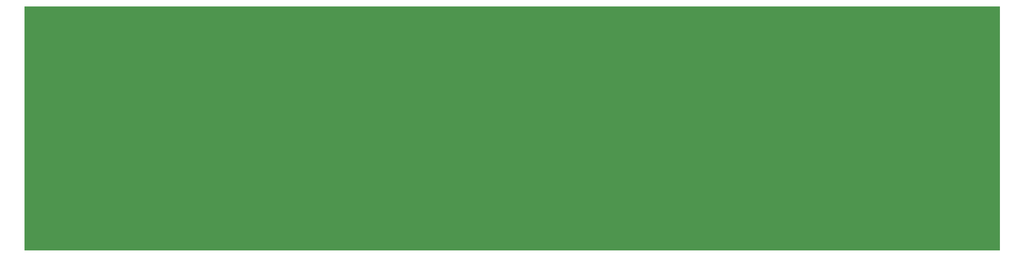
<source format=gts>
G04 #@! TF.GenerationSoftware,KiCad,Pcbnew,6.0.8+dfsg-1~bpo11+1*
G04 #@! TF.CreationDate,2023-08-01T08:47:41-04:00*
G04 #@! TF.ProjectId,14_8x32_self_capacitance,31345f38-7833-4325-9f73-656c665f6361,rev?*
G04 #@! TF.SameCoordinates,Original*
G04 #@! TF.FileFunction,Soldermask,Top*
G04 #@! TF.FilePolarity,Negative*
%FSLAX46Y46*%
G04 Gerber Fmt 4.6, Leading zero omitted, Abs format (unit mm)*
G04 Created by KiCad (PCBNEW 6.0.8+dfsg-1~bpo11+1) date 2023-08-01 08:47:41*
%MOMM*%
%LPD*%
G01*
G04 APERTURE LIST*
G04 Aperture macros list*
%AMFreePoly0*
4,1,13,2.417426,2.592426,2.435000,2.550000,2.435000,-2.450000,2.417426,-2.492426,2.375000,-2.510000,-2.625000,-2.510000,-2.667426,-2.492426,-2.685000,-2.450000,-2.685000,2.550000,-2.667426,2.592426,-2.625000,2.610000,2.375000,2.610000,2.417426,2.592426,2.417426,2.592426,$1*%
G04 Aperture macros list end*
%ADD10C,0.050000*%
%ADD11FreePoly0,0.000000*%
G04 APERTURE END LIST*
D10*
X68200000Y-56600000D02*
X260200000Y-56600000D01*
X260200000Y-56600000D02*
X260200000Y-104600000D01*
X260200000Y-104600000D02*
X68200000Y-104600000D01*
X68200000Y-104600000D02*
X68200000Y-56600000D01*
G36*
X68200000Y-56600000D02*
G01*
X260200000Y-56600000D01*
X260200000Y-104600000D01*
X68200000Y-104600000D01*
X68200000Y-56600000D01*
G37*
D11*
X71325000Y-59650000D03*
X71325000Y-65650000D03*
X71325000Y-71650000D03*
X71325000Y-77650000D03*
X71325000Y-83650000D03*
X71325000Y-89650000D03*
X71325000Y-95650000D03*
X71325000Y-101650000D03*
X77325000Y-59650000D03*
X77325000Y-65650000D03*
X77325000Y-71650000D03*
X77325000Y-77650000D03*
X77325000Y-83650000D03*
X77325000Y-89650000D03*
X77325000Y-95650000D03*
X77325000Y-101650000D03*
X83325000Y-59650000D03*
X83325000Y-65650000D03*
X83325000Y-71650000D03*
X83325000Y-77650000D03*
X83325000Y-83650000D03*
X83325000Y-89650000D03*
X83325000Y-95650000D03*
X83325000Y-101650000D03*
X89325000Y-59650000D03*
X89325000Y-65650000D03*
X89325000Y-71650000D03*
X89325000Y-77650000D03*
X89325000Y-83650000D03*
X89325000Y-89650000D03*
X89325000Y-95650000D03*
X89325000Y-101650000D03*
X95325000Y-59650000D03*
X95325000Y-65650000D03*
X95325000Y-71650000D03*
X95325000Y-77650000D03*
X95325000Y-83650000D03*
X95325000Y-89650000D03*
X95325000Y-95650000D03*
X95325000Y-101650000D03*
X101325000Y-59650000D03*
X101325000Y-65650000D03*
X101325000Y-71650000D03*
X101325000Y-77650000D03*
X101325000Y-83650000D03*
X101325000Y-89650000D03*
X101325000Y-95650000D03*
X101325000Y-101650000D03*
X107325000Y-59650000D03*
X107325000Y-65650000D03*
X107325000Y-71650000D03*
X107325000Y-77650000D03*
X107325000Y-83650000D03*
X107325000Y-89650000D03*
X107325000Y-95650000D03*
X107325000Y-101650000D03*
X113325000Y-59650000D03*
X113325000Y-65650000D03*
X113325000Y-71650000D03*
X113325000Y-77650000D03*
X113325000Y-83650000D03*
X113325000Y-89650000D03*
X113325000Y-95650000D03*
X113325000Y-101650000D03*
X119325000Y-59650000D03*
X119325000Y-65650000D03*
X119325000Y-71650000D03*
X119325000Y-77650000D03*
X119325000Y-83650000D03*
X119325000Y-89650000D03*
X119325000Y-95650000D03*
X119325000Y-101650000D03*
X125325000Y-59650000D03*
X125325000Y-65650000D03*
X125325000Y-71650000D03*
X125325000Y-77650000D03*
X125325000Y-83650000D03*
X125325000Y-89650000D03*
X125325000Y-95650000D03*
X125325000Y-101650000D03*
X131325000Y-59650000D03*
X131325000Y-65650000D03*
X131325000Y-71650000D03*
X131325000Y-77650000D03*
X131325000Y-83650000D03*
X131325000Y-89650000D03*
X131325000Y-95650000D03*
X131325000Y-101650000D03*
X137325000Y-59650000D03*
X137325000Y-65650000D03*
X137325000Y-71650000D03*
X137325000Y-77650000D03*
X137325000Y-83650000D03*
X137325000Y-89650000D03*
X137325000Y-95650000D03*
X137325000Y-101650000D03*
X143325000Y-59650000D03*
X143325000Y-65650000D03*
X143325000Y-71650000D03*
X143325000Y-77650000D03*
X143325000Y-83650000D03*
X143325000Y-89650000D03*
X143325000Y-95650000D03*
X143325000Y-101650000D03*
X149325000Y-59650000D03*
X149325000Y-65650000D03*
X149325000Y-71650000D03*
X149325000Y-77650000D03*
X149325000Y-83650000D03*
X149325000Y-89650000D03*
X149325000Y-95650000D03*
X149325000Y-101650000D03*
X155325000Y-59650000D03*
X155325000Y-65650000D03*
X155325000Y-71650000D03*
X155325000Y-77650000D03*
X155325000Y-83650000D03*
X155325000Y-89650000D03*
X155325000Y-95650000D03*
X155325000Y-101650000D03*
X161325000Y-59650000D03*
X161325000Y-65650000D03*
X161325000Y-71650000D03*
X161325000Y-77650000D03*
X161325000Y-83650000D03*
X161325000Y-89650000D03*
X161325000Y-95650000D03*
X161325000Y-101650000D03*
X167325000Y-59650000D03*
X167325000Y-65650000D03*
X167325000Y-71650000D03*
X167325000Y-77650000D03*
X167325000Y-83650000D03*
X167325000Y-89650000D03*
X167325000Y-95650000D03*
X167325000Y-101650000D03*
X173325000Y-59650000D03*
X173325000Y-65650000D03*
X173325000Y-71650000D03*
X173325000Y-77650000D03*
X173325000Y-83650000D03*
X173325000Y-89650000D03*
X173325000Y-95650000D03*
X173325000Y-101650000D03*
X179325000Y-59650000D03*
X179325000Y-65650000D03*
X179325000Y-71650000D03*
X179325000Y-77650000D03*
X179325000Y-83650000D03*
X179325000Y-89650000D03*
X179325000Y-95650000D03*
X179325000Y-101650000D03*
X185325000Y-59650000D03*
X185325000Y-65650000D03*
X185325000Y-71650000D03*
X185325000Y-77650000D03*
X185325000Y-83650000D03*
X185325000Y-89650000D03*
X185325000Y-95650000D03*
X185325000Y-101650000D03*
X191325000Y-59650000D03*
X191325000Y-65650000D03*
X191325000Y-71650000D03*
X191325000Y-77650000D03*
X191325000Y-83650000D03*
X191325000Y-89650000D03*
X191325000Y-95650000D03*
X191325000Y-101650000D03*
X197325000Y-59650000D03*
X197325000Y-65650000D03*
X197325000Y-71650000D03*
X197325000Y-77650000D03*
X197325000Y-83650000D03*
X197325000Y-89650000D03*
X197325000Y-95650000D03*
X197325000Y-101650000D03*
X203325000Y-59650000D03*
X203325000Y-65650000D03*
X203325000Y-71650000D03*
X203325000Y-77650000D03*
X203325000Y-83650000D03*
X203325000Y-89650000D03*
X203325000Y-95650000D03*
X203325000Y-101650000D03*
X209325000Y-59650000D03*
X209325000Y-65650000D03*
X209325000Y-71650000D03*
X209325000Y-77650000D03*
X209325000Y-83650000D03*
X209325000Y-89650000D03*
X209325000Y-95650000D03*
X209325000Y-101650000D03*
X215325000Y-59650000D03*
X215325000Y-65650000D03*
X215325000Y-71650000D03*
X215325000Y-77650000D03*
X215325000Y-83650000D03*
X215325000Y-89650000D03*
X215325000Y-95650000D03*
X215325000Y-101650000D03*
X221325000Y-59650000D03*
X221325000Y-65650000D03*
X221325000Y-71650000D03*
X221325000Y-77650000D03*
X221325000Y-83650000D03*
X221325000Y-89650000D03*
X221325000Y-95650000D03*
X221325000Y-101650000D03*
X227325000Y-59650000D03*
X227325000Y-65650000D03*
X227325000Y-71650000D03*
X227325000Y-77650000D03*
X227325000Y-83650000D03*
X227325000Y-89650000D03*
X227325000Y-95650000D03*
X227325000Y-101650000D03*
X233325000Y-59650000D03*
X233325000Y-65650000D03*
X233325000Y-71650000D03*
X233325000Y-77650000D03*
X233325000Y-83650000D03*
X233325000Y-89650000D03*
X233325000Y-95650000D03*
X233325000Y-101650000D03*
X239325000Y-59650000D03*
X239325000Y-65650000D03*
X239325000Y-71650000D03*
X239325000Y-77650000D03*
X239325000Y-83650000D03*
X239325000Y-89650000D03*
X239325000Y-95650000D03*
X239325000Y-101650000D03*
X245325000Y-59650000D03*
X245325000Y-65650000D03*
X245325000Y-71650000D03*
X245325000Y-77650000D03*
X245325000Y-83650000D03*
X245325000Y-89650000D03*
X245325000Y-95650000D03*
X245325000Y-101650000D03*
X251325000Y-59650000D03*
X251325000Y-65650000D03*
X251325000Y-71650000D03*
X251325000Y-77650000D03*
X251325000Y-83650000D03*
X251325000Y-89650000D03*
X251325000Y-95650000D03*
X251325000Y-101650000D03*
X257325000Y-59650000D03*
X257325000Y-65650000D03*
X257325000Y-71650000D03*
X257325000Y-77650000D03*
X257325000Y-83650000D03*
X257325000Y-89650000D03*
X257325000Y-95650000D03*
X257325000Y-101650000D03*
M02*

</source>
